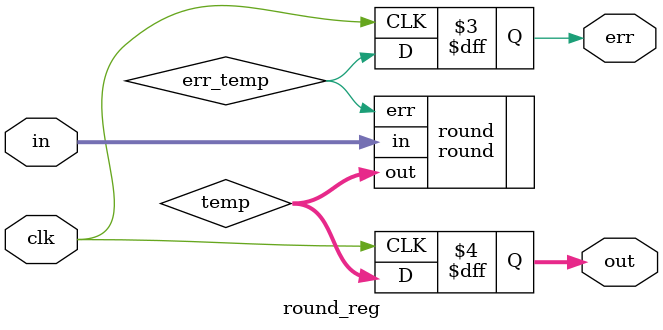
<source format=v>


// Rounding "macro"
// Keeps the topmost bits, does proper 2s comp rounding (round-to-zero)

module round_reg
  #(parameter bits_in=0,
    parameter bits_out=0)
    (input clk,
     input [bits_in-1:0] in,
     output reg [bits_out-1:0] out,
     output reg [bits_in-bits_out:0] err);

   wire [bits_out-1:0] temp;
   wire [bits_in-bits_out:0] err_temp;
   
   round #(.bits_in(bits_in),.bits_out(bits_out)) round (.in(in),.out(temp), .err(err_temp));
   
   always @(posedge clk)
     out <= temp;

   always @(posedge clk)
     err <= err_temp;
   
endmodule // round_reg

</source>
